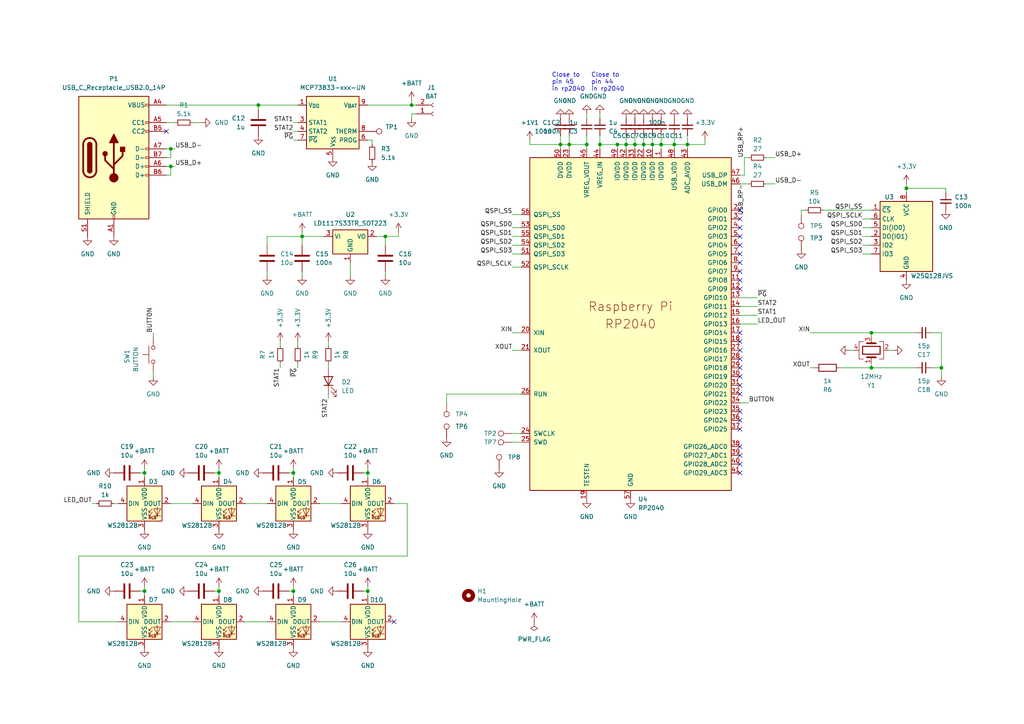
<source format=kicad_sch>
(kicad_sch (version 20231120) (generator "eeschema") (generator_version "8.0")
  (paper "A4")
  (junction (at 41.91 137.16))
  (junction (at 74.93 30.48))
  (junction (at 87.63 68.58))
  (junction (at 273.05 106.68))
  (junction (at 49.53 48.26))
  (junction (at 106.68 171.45))
  (junction (at 252.73 106.68))
  (junction (at 106.68 137.16))
  (junction (at 179.07 41.91))
  (junction (at 41.91 171.45))
  (junction (at 63.5 137.16))
  (junction (at 170.18 41.91))
  (junction (at 173.99 41.91))
  (junction (at 186.69 41.91))
  (junction (at 165.1 41.91))
  (junction (at 195.58 41.91))
  (junction (at 162.56 41.91))
  (junction (at 189.23 41.91))
  (junction (at 119.38 30.48))
  (junction (at 63.5 171.45))
  (junction (at 252.73 96.52))
  (junction (at 85.09 137.16))
  (junction (at 85.09 171.45))
  (junction (at 191.77 41.91))
  (junction (at 184.15 41.91))
  (junction (at 181.61 41.91))
  (junction (at 111.76 68.58))
  (junction (at 199.39 41.91))
  (junction (at 262.89 54.61))
  (junction (at 49.53 43.18))
  (no_connect (at 214.63 60.96))
  (no_connect (at 214.63 124.46))
  (no_connect (at 214.63 119.38))
  (no_connect (at 214.63 96.52))
  (no_connect (at 214.63 121.92))
  (no_connect (at 214.63 114.3))
  (no_connect (at 214.63 99.06))
  (no_connect (at 214.63 101.6))
  (no_connect (at 214.63 129.54))
  (no_connect (at 214.63 66.04))
  (no_connect (at 214.63 83.82))
  (no_connect (at 214.63 68.58))
  (no_connect (at 214.63 63.5))
  (no_connect (at 214.63 137.16))
  (no_connect (at 214.63 111.76))
  (no_connect (at 214.63 73.66))
  (no_connect (at 214.63 76.2))
  (no_connect (at 214.63 106.68))
  (no_connect (at 214.63 81.28))
  (no_connect (at 214.63 78.74))
  (no_connect (at 48.26 38.1))
  (no_connect (at 214.63 132.08))
  (no_connect (at 114.3 180.34))
  (no_connect (at 214.63 134.62))
  (no_connect (at 214.63 109.22))
  (no_connect (at 214.63 71.12))
  (no_connect (at 214.63 104.14))
  (wire (pts (xy 85.09 137.16) (xy 85.09 138.43)))
  (wire (pts (xy 173.99 39.37) (xy 173.99 41.91)))
  (wire (pts (xy 83.82 171.45) (xy 85.09 171.45)))
  (wire (pts (xy 115.57 67.31) (xy 115.57 68.58)))
  (wire (pts (xy 86.36 99.06) (xy 86.36 100.33)))
  (wire (pts (xy 217.17 116.84) (xy 214.63 116.84)))
  (wire (pts (xy 199.39 43.18) (xy 199.39 41.91)))
  (wire (pts (xy 48.26 30.48) (xy 74.93 30.48)))
  (wire (pts (xy 105.41 137.16) (xy 106.68 137.16)))
  (wire (pts (xy 49.53 180.34) (xy 55.88 180.34)))
  (wire (pts (xy 120.65 33.02) (xy 119.38 33.02)))
  (wire (pts (xy 77.47 80.01) (xy 77.47 78.74)))
  (wire (pts (xy 189.23 41.91) (xy 189.23 43.18)))
  (wire (pts (xy 165.1 41.91) (xy 170.18 41.91)))
  (wire (pts (xy 106.68 170.18) (xy 106.68 171.45)))
  (wire (pts (xy 48.26 35.56) (xy 50.8 35.56)))
  (wire (pts (xy 181.61 41.91) (xy 181.61 43.18)))
  (wire (pts (xy 85.09 135.89) (xy 85.09 137.16)))
  (wire (pts (xy 74.93 30.48) (xy 74.93 31.75)))
  (wire (pts (xy 63.5 137.16) (xy 63.5 138.43)))
  (wire (pts (xy 118.11 146.05) (xy 118.11 161.29)))
  (wire (pts (xy 111.76 80.01) (xy 111.76 78.74)))
  (wire (pts (xy 109.22 68.58) (xy 111.76 68.58)))
  (wire (pts (xy 191.77 41.91) (xy 189.23 41.91)))
  (wire (pts (xy 105.41 171.45) (xy 106.68 171.45)))
  (wire (pts (xy 270.51 106.68) (xy 273.05 106.68)))
  (wire (pts (xy 204.47 41.91) (xy 199.39 41.91)))
  (wire (pts (xy 252.73 97.79) (xy 252.73 96.52)))
  (wire (pts (xy 153.67 40.64) (xy 153.67 41.91)))
  (wire (pts (xy 170.18 39.37) (xy 170.18 41.91)))
  (wire (pts (xy 162.56 39.37) (xy 162.56 41.91)))
  (wire (pts (xy 41.91 171.45) (xy 41.91 172.72)))
  (wire (pts (xy 148.59 125.73) (xy 151.13 125.73)))
  (wire (pts (xy 148.59 71.12) (xy 151.13 71.12)))
  (wire (pts (xy 81.28 106.68) (xy 81.28 105.41)))
  (wire (pts (xy 219.71 88.9) (xy 214.63 88.9)))
  (wire (pts (xy 86.36 106.68) (xy 86.36 105.41)))
  (wire (pts (xy 184.15 41.91) (xy 181.61 41.91)))
  (wire (pts (xy 274.32 55.88) (xy 274.32 54.61)))
  (wire (pts (xy 252.73 106.68) (xy 252.73 105.41)))
  (wire (pts (xy 148.59 73.66) (xy 151.13 73.66)))
  (wire (pts (xy 184.15 39.37) (xy 184.15 41.91)))
  (wire (pts (xy 162.56 41.91) (xy 162.56 43.18)))
  (wire (pts (xy 50.8 48.26) (xy 49.53 48.26)))
  (wire (pts (xy 250.19 73.66) (xy 252.73 73.66)))
  (wire (pts (xy 250.19 71.12) (xy 252.73 71.12)))
  (wire (pts (xy 114.3 146.05) (xy 118.11 146.05)))
  (wire (pts (xy 77.47 68.58) (xy 87.63 68.58)))
  (wire (pts (xy 273.05 96.52) (xy 270.51 96.52)))
  (wire (pts (xy 55.88 35.56) (xy 58.42 35.56)))
  (wire (pts (xy 148.59 68.58) (xy 151.13 68.58)))
  (wire (pts (xy 49.53 48.26) (xy 48.26 48.26)))
  (wire (pts (xy 191.77 41.91) (xy 191.77 43.18)))
  (wire (pts (xy 222.25 53.34) (xy 224.79 53.34)))
  (wire (pts (xy 259.08 101.6) (xy 257.81 101.6)))
  (wire (pts (xy 234.95 106.68) (xy 236.22 106.68)))
  (wire (pts (xy 181.61 41.91) (xy 179.07 41.91)))
  (wire (pts (xy 49.53 146.05) (xy 55.88 146.05)))
  (wire (pts (xy 111.76 68.58) (xy 111.76 71.12)))
  (wire (pts (xy 173.99 43.18) (xy 173.99 41.91)))
  (wire (pts (xy 246.38 101.6) (xy 247.65 101.6)))
  (wire (pts (xy 184.15 41.91) (xy 184.15 43.18)))
  (wire (pts (xy 63.5 135.89) (xy 63.5 137.16)))
  (wire (pts (xy 189.23 39.37) (xy 189.23 41.91)))
  (wire (pts (xy 85.09 40.64) (xy 86.36 40.64)))
  (wire (pts (xy 71.12 180.34) (xy 77.47 180.34)))
  (wire (pts (xy 22.86 161.29) (xy 22.86 180.34)))
  (wire (pts (xy 153.67 41.91) (xy 162.56 41.91)))
  (wire (pts (xy 214.63 53.34) (xy 217.17 53.34)))
  (wire (pts (xy 195.58 39.37) (xy 195.58 41.91)))
  (wire (pts (xy 62.23 137.16) (xy 63.5 137.16)))
  (wire (pts (xy 191.77 39.37) (xy 191.77 41.91)))
  (wire (pts (xy 40.64 171.45) (xy 41.91 171.45)))
  (wire (pts (xy 165.1 41.91) (xy 165.1 43.18)))
  (wire (pts (xy 186.69 41.91) (xy 186.69 43.18)))
  (wire (pts (xy 232.41 60.96) (xy 233.68 60.96)))
  (wire (pts (xy 219.71 86.36) (xy 214.63 86.36)))
  (wire (pts (xy 77.47 71.12) (xy 77.47 68.58)))
  (wire (pts (xy 71.12 146.05) (xy 77.47 146.05)))
  (wire (pts (xy 92.71 180.34) (xy 99.06 180.34)))
  (wire (pts (xy 85.09 171.45) (xy 85.09 172.72)))
  (wire (pts (xy 129.54 114.3) (xy 151.13 114.3)))
  (wire (pts (xy 44.45 107.95) (xy 44.45 109.22)))
  (wire (pts (xy 148.59 128.27) (xy 151.13 128.27)))
  (wire (pts (xy 250.19 66.04) (xy 252.73 66.04)))
  (wire (pts (xy 170.18 34.29) (xy 170.18 33.02)))
  (wire (pts (xy 49.53 43.18) (xy 48.26 43.18)))
  (wire (pts (xy 195.58 41.91) (xy 199.39 41.91)))
  (wire (pts (xy 215.9 50.8) (xy 214.63 50.8)))
  (wire (pts (xy 49.53 45.72) (xy 49.53 43.18)))
  (wire (pts (xy 243.84 106.68) (xy 252.73 106.68)))
  (wire (pts (xy 95.25 106.68) (xy 95.25 105.41)))
  (wire (pts (xy 107.95 41.91) (xy 107.95 40.64)))
  (wire (pts (xy 148.59 96.52) (xy 151.13 96.52)))
  (wire (pts (xy 252.73 106.68) (xy 265.43 106.68)))
  (wire (pts (xy 222.25 45.72) (xy 224.79 45.72)))
  (wire (pts (xy 106.68 40.64) (xy 107.95 40.64)))
  (wire (pts (xy 234.95 96.52) (xy 252.73 96.52)))
  (wire (pts (xy 250.19 68.58) (xy 252.73 68.58)))
  (wire (pts (xy 95.25 114.3) (xy 95.25 115.57)))
  (wire (pts (xy 87.63 68.58) (xy 93.98 68.58)))
  (wire (pts (xy 48.26 50.8) (xy 49.53 50.8)))
  (wire (pts (xy 215.9 45.72) (xy 215.9 50.8)))
  (wire (pts (xy 195.58 41.91) (xy 195.58 43.18)))
  (wire (pts (xy 252.73 96.52) (xy 265.43 96.52)))
  (wire (pts (xy 170.18 41.91) (xy 170.18 43.18)))
  (wire (pts (xy 262.89 54.61) (xy 274.32 54.61)))
  (wire (pts (xy 62.23 171.45) (xy 63.5 171.45)))
  (wire (pts (xy 106.68 135.89) (xy 106.68 137.16)))
  (wire (pts (xy 119.38 29.21) (xy 119.38 30.48)))
  (wire (pts (xy 85.09 170.18) (xy 85.09 171.45)))
  (wire (pts (xy 215.9 45.72) (xy 217.17 45.72)))
  (wire (pts (xy 106.68 30.48) (xy 119.38 30.48)))
  (wire (pts (xy 33.02 146.05) (xy 34.29 146.05)))
  (wire (pts (xy 83.82 137.16) (xy 85.09 137.16)))
  (wire (pts (xy 219.71 91.44) (xy 214.63 91.44)))
  (wire (pts (xy 63.5 170.18) (xy 63.5 171.45)))
  (wire (pts (xy 232.41 62.23) (xy 232.41 60.96)))
  (wire (pts (xy 22.86 180.34) (xy 34.29 180.34)))
  (wire (pts (xy 118.11 161.29) (xy 22.86 161.29)))
  (wire (pts (xy 173.99 34.29) (xy 173.99 33.02)))
  (wire (pts (xy 87.63 80.01) (xy 87.63 78.74)))
  (wire (pts (xy 262.89 53.34) (xy 262.89 54.61)))
  (wire (pts (xy 95.25 99.06) (xy 95.25 100.33)))
  (wire (pts (xy 41.91 137.16) (xy 41.91 138.43)))
  (wire (pts (xy 26.67 146.05) (xy 27.94 146.05)))
  (wire (pts (xy 63.5 171.45) (xy 63.5 172.72)))
  (wire (pts (xy 181.61 39.37) (xy 181.61 41.91)))
  (wire (pts (xy 195.58 41.91) (xy 191.77 41.91)))
  (wire (pts (xy 85.09 35.56) (xy 86.36 35.56)))
  (wire (pts (xy 74.93 30.48) (xy 86.36 30.48)))
  (wire (pts (xy 115.57 68.58) (xy 111.76 68.58)))
  (wire (pts (xy 273.05 106.68) (xy 273.05 96.52)))
  (wire (pts (xy 41.91 135.89) (xy 41.91 137.16)))
  (wire (pts (xy 40.64 137.16) (xy 41.91 137.16)))
  (wire (pts (xy 186.69 39.37) (xy 186.69 41.91)))
  (wire (pts (xy 87.63 67.31) (xy 87.63 68.58)))
  (wire (pts (xy 50.8 43.18) (xy 49.53 43.18)))
  (wire (pts (xy 214.63 93.98) (xy 219.71 93.98)))
  (wire (pts (xy 162.56 41.91) (xy 165.1 41.91)))
  (wire (pts (xy 129.54 116.84) (xy 129.54 114.3)))
  (wire (pts (xy 81.28 99.06) (xy 81.28 100.33)))
  (wire (pts (xy 106.68 171.45) (xy 106.68 172.72)))
  (wire (pts (xy 148.59 101.6) (xy 151.13 101.6)))
  (wire (pts (xy 165.1 39.37) (xy 165.1 41.91)))
  (wire (pts (xy 238.76 60.96) (xy 252.73 60.96)))
  (wire (pts (xy 262.89 54.61) (xy 262.89 55.88)))
  (wire (pts (xy 273.05 106.68) (xy 273.05 109.22)))
  (wire (pts (xy 119.38 33.02) (xy 119.38 34.29)))
  (wire (pts (xy 184.15 41.91) (xy 186.69 41.91)))
  (wire (pts (xy 189.23 41.91) (xy 186.69 41.91)))
  (wire (pts (xy 48.26 45.72) (xy 49.53 45.72)))
  (wire (pts (xy 85.09 38.1) (xy 86.36 38.1)))
  (wire (pts (xy 119.38 30.48) (xy 120.65 30.48)))
  (wire (pts (xy 41.91 170.18) (xy 41.91 171.45)))
  (wire (pts (xy 179.07 41.91) (xy 179.07 43.18)))
  (wire (pts (xy 204.47 40.64) (xy 204.47 41.91)))
  (wire (pts (xy 106.68 137.16) (xy 106.68 138.43)))
  (wire (pts (xy 173.99 41.91) (xy 179.07 41.91)))
  (wire (pts (xy 87.63 68.58) (xy 87.63 71.12)))
  (wire (pts (xy 148.59 66.04) (xy 151.13 66.04)))
  (wire (pts (xy 44.45 97.79) (xy 44.45 96.52)))
  (wire (pts (xy 101.6 76.2) (xy 101.6 80.01)))
  (wire (pts (xy 49.53 50.8) (xy 49.53 48.26)))
  (wire (pts (xy 148.59 62.23) (xy 151.13 62.23)))
  (wire (pts (xy 250.19 63.5) (xy 252.73 63.5)))
  (wire (pts (xy 92.71 146.05) (xy 99.06 146.05)))
  (wire (pts (xy 199.39 39.37) (xy 199.39 41.91)))
  (wire (pts (xy 148.59 77.47) (xy 151.13 77.47)))
  (text "Close to \npin 45\nin rp2040\n" (at 160.02 26.67 0) (effects (font (size 1.27 1.27)) (justify left bottom)))
  (text "Close to \npin 44 \nin rp2040\n" (at 171.45 26.67 0) (effects (font (size 1.27 1.27)) (justify left bottom)))
  (label "QSPI_SCLK" (at 250.19 63.5 180))
  (label "USB_RP-" (at 215.9 53.34 270))
  (label "BUTTON" (at 44.45 96.52 90))
  (label "LED_OUT" (at 26.67 146.05 180))
  (label "QSPI_SD0" (at 250.19 66.04 180))
  (label "~{PG}" (at 85.09 40.64 180))
  (label "BUTTON" (at 217.17 116.84 0))
  (label "USB_D-" (at 224.79 53.34 0))
  (label "QSPI_SD2" (at 148.59 71.12 180))
  (label "USB_D-" (at 50.8 43.18 0))
  (label "XOUT" (at 148.59 101.6 180))
  (label "QSPI_SD0" (at 148.59 66.04 180))
  (label "STAT1" (at 81.28 106.68 270))
  (label "XIN" (at 148.59 96.52 180))
  (label "QSPI_SS" (at 250.19 60.96 180))
  (label "XOUT" (at 234.95 106.68 180))
  (label "~{PG}" (at 86.36 106.68 270))
  (label "STAT1" (at 219.71 91.44 0))
  (label "STAT2" (at 219.71 88.9 0))
  (label "USB_D+" (at 50.8 48.26 0))
  (label "USB_D+" (at 224.79 45.72 0))
  (label "STAT1" (at 85.09 35.56 180))
  (label "QSPI_SD2" (at 250.19 71.12 180))
  (label "STAT2" (at 85.09 38.1 180))
  (label "QSPI_SS" (at 148.59 62.23 180))
  (label "QSPI_SD3" (at 148.59 73.66 180))
  (label "QSPI_SD1" (at 250.19 68.58 180))
  (label "LED_OUT" (at 219.71 93.98 0))
  (label "QSPI_SD3" (at 250.19 73.66 180))
  (label "QSPI_SD1" (at 148.59 68.58 180))
  (label "USB_RP+" (at 215.9 45.72 90))
  (label "QSPI_SCLK" (at 148.59 77.47 180))
  (label "XIN" (at 234.95 96.52 180))
  (label "~{PG}" (at 219.71 86.36 0))
  (label "STAT2" (at 95.25 115.57 270))
  (symbol (lib_id "Device:C_Small") (at 170.18 36.83 180) (unit 1)
    (property "Reference" "C3" (at 167.64 38.0937 0) (effects (justify left)))
    (property "Value" "1u" (at 167.64 35.5537 0) (effects (justify left)))
    (property "Footprint" "Capacitor_SMD:C_0603_1608Metric_Pad1.08x0.95mm_HandSolder" (effects (hide yes)))
    (property "shop_url" "https://www.tme.eu/pl/details/cl10a105ko8nnnc/kondensatory-mlcc-smd/samsung/" (effects (hide yes)))
  )
  (symbol (lib_id "LED:WS2812B") (at 63.5 180.34 0) (unit 1)
    (property "Reference" "D8" (at 66.04 173.99 0))
    (property "Value" "WS2812B" (at 57.15 186.69 0))
    (property "Footprint" "LED_SMD:LED_WS2812B_PLCC4_5.0x5.0mm_P3.2mm" (effects (hide yes)))
    (property "Datasheet" "https://cdn-shop.adafruit.com/datasheets/WS2812B.pdf" (effects (hide yes)))
  )
  (symbol (lib_id "Device:LED") (at 95.25 110.49 90) (unit 1)
    (property "Reference" "D2" (at 99.06 110.8075 90) (effects (justify right)))
    (property "Value" "LED" (at 99.06 113.3475 90) (effects (justify right)))
    (property "Footprint" "LED_SMD:LED_0603_1608Metric_Pad1.05x0.95mm_HandSolder" (effects (hide yes)))
  )
  (symbol (lib_id "power:GND") (at 186.69 34.29 0) (mirror x) (unit 1)
    (property "Reference" "#PWR09" (effects (hide yes)))
    (property "Value" "GND" (at 186.69 29.21 0))
  )
  (symbol (lib_id "Connector:TestPoint") (at 129.54 116.84 180) (unit 1)
    (property "Reference" "TP4" (at 132.08 120.142 0) (effects (justify right)))
    (property "Value" "TestPoint" (effects (hide yes)))
    (property "Footprint" "TestPoint:TestPoint_Pad_D1.5mm" (effects (hide yes)))
  )
  (symbol (lib_id "Switch:SW_Omron_B3FS") (at 44.45 102.87 90) (mirror x) (unit 1)
    (property "Reference" "SW1" (at 36.83 105.41 0) (effects (justify right)))
    (property "Value" "BUTTON" (at 39.37 107.95 0) (effects (justify right)))
    (property "Footprint" "Button_Switch_SMD:SW_Push_1P1T_NO_6x6mm_H9.5mm" (effects (hide yes)))
    (property "Datasheet" "https://omronfs.omron.com/en_US/ecb/products/pdf/en-b3fs.pdf" (effects (hide yes)))
    (property "shop_url" "https://www.tme.eu/pl/details/tacta-64k-f/mikroprzelaczniki-tact/ninigi/" (effects (hide yes)))
  )
  (symbol (lib_id "power:+BATT") (at 119.38 29.21 0) (unit 1)
    (property "Reference" "#PWR02" (effects (hide yes)))
    (property "Value" "+BATT" (at 119.38 24.13 0))
  )
  (symbol (lib_id "power:GND") (at 33.02 171.45 270) (unit 1)
    (property "Reference" "#PWR058" (effects (hide yes)))
    (property "Value" "GND" (at 29.21 171.45 90) (effects (justify right)))
  )
  (symbol (lib_id "Device:C_Small") (at 186.69 36.83 180) (unit 1)
    (property "Reference" "C7" (at 185.42 39.37 0) (effects (justify left)))
    (property "Value" "100n" (effects (hide yes)))
    (property "Footprint" "Capacitor_SMD:C_0603_1608Metric_Pad1.08x0.95mm_HandSolder" (effects (hide yes)))
    (property "shop_url" "https://www.tme.eu/pl/details/cl10b104kb8nnnc/kondensatory-mlcc-smd/samsung/" (effects (hide yes)))
  )
  (symbol (lib_id "Connector:TestPoint") (at 232.41 62.23 180) (unit 1)
    (property "Reference" "TP5" (at 234.95 65.532 0) (effects (justify right)))
    (property "Value" "TestPoint" (effects (hide yes)))
    (property "Footprint" "TestPoint:TestPoint_Pad_D1.5mm" (effects (hide yes)))
  )
  (symbol (lib_id "Device:C_Small") (at 191.77 36.83 180) (unit 1)
    (property "Reference" "C9" (at 190.5 39.37 0) (effects (justify left)))
    (property "Value" "100n" (effects (hide yes)))
    (property "Footprint" "Capacitor_SMD:C_0603_1608Metric_Pad1.08x0.95mm_HandSolder" (effects (hide yes)))
    (property "shop_url" "https://www.tme.eu/pl/details/cl10b104kb8nnnc/kondensatory-mlcc-smd/samsung/" (effects (hide yes)))
  )
  (symbol (lib_id "LED:WS2812B") (at 41.91 180.34 0) (unit 1)
    (property "Reference" "D7" (at 44.45 173.99 0))
    (property "Value" "WS2812B" (at 35.56 186.69 0))
    (property "Footprint" "LED_SMD:LED_WS2812B_PLCC4_5.0x5.0mm_P3.2mm" (effects (hide yes)))
    (property "Datasheet" "https://cdn-shop.adafruit.com/datasheets/WS2812B.pdf" (effects (hide yes)))
  )
  (symbol (lib_id "Mechanical:MountingHole") (at 135.89 172.72 0) (unit 1)
    (property "Reference" "H1" (at 138.43 171.45 0) (effects (justify left)))
    (property "Value" "MountingHole" (at 138.43 173.99 0) (effects (justify left)))
    (property "Footprint" "MountingHole:MountingHole_3.2mm_M3" (effects (hide yes)))
  )
  (symbol (lib_id "power:GND") (at 246.38 101.6 270) (mirror x) (unit 1)
    (property "Reference" "#PWR034" (effects (hide yes)))
    (property "Value" "GND" (effects (hide yes)))
  )
  (symbol (lib_id "Connector:TestPoint") (at 148.59 125.73 90) (unit 1)
    (property "Reference" "TP2" (at 142.24 125.73 90))
    (property "Value" "TestPoint" (effects (hide yes)))
    (property "Footprint" "TestPoint:TestPoint_Pad_D1.5mm" (effects (hide yes)))
  )
  (symbol (lib_id "Device:R_Small") (at 86.36 102.87 0) (mirror x) (unit 1)
    (property "Reference" "R9" (at 91.44 102.87 90))
    (property "Value" "1k" (at 88.9 102.87 90))
    (property "Footprint" "Resistor_SMD:R_0603_1608Metric_Pad0.98x0.95mm_HandSolder" (effects (hide yes)))
  )
  (symbol (lib_id "power:GND") (at 191.77 34.29 0) (mirror x) (unit 1)
    (property "Reference" "#PWR011" (effects (hide yes)))
    (property "Value" "GND" (at 191.77 29.21 0))
  )
  (symbol (lib_id "power:GND") (at 273.05 109.22 0) (unit 1)
    (property "Reference" "#PWR037" (effects (hide yes)))
    (property "Value" "GND" (at 273.05 114.3 0))
  )
  (symbol (lib_id "Device:R_Small") (at 236.22 60.96 90) (unit 1)
    (property "Reference" "R5" (at 236.22 55.88 90))
    (property "Value" "10k" (at 236.22 58.42 90))
    (property "Footprint" "Resistor_SMD:R_0603_1608Metric_Pad0.98x0.95mm_HandSolder" (effects (hide yes)))
    (property "shop_url" "https://allegro.pl/oferta/640szt-zestaw-rezystorow-smd-0603-32-wartosci-11048988499" (effects (hide yes)))
  )
  (symbol (lib_id "Device:R_Small") (at 219.71 53.34 270) (unit 1)
    (property "Reference" "R4" (at 219.71 48.26 90))
    (property "Value" "27" (at 219.71 50.8 90))
    (property "Footprint" "Resistor_SMD:R_0603_1608Metric_Pad0.98x0.95mm_HandSolder" (effects (hide yes)))
    (property "shop_url" "https://allegro.pl/oferta/640szt-zestaw-rezystorow-smd-0603-32-wartosci-11048988499" (effects (hide yes)))
  )
  (symbol (lib_id "Device:C") (at 80.01 171.45 270) (unit 1)
    (property "Reference" "C25" (at 80.01 163.83 90))
    (property "Value" "10u" (at 80.01 166.37 90))
    (property "Footprint" "Capacitor_SMD:C_0805_2012Metric_Pad1.18x1.45mm_HandSolder" (effects (hide yes)))
    (property "shop_url" "https://www.tme.eu/pl/details/cl21a106koqnnng/kondensatory-mlcc-smd/samsung/" (effects (hide yes)))
  )
  (symbol (lib_id "power:GND") (at 165.1 34.29 0) (mirror x) (unit 1)
    (property "Reference" "#PWR06" (effects (hide yes)))
    (property "Value" "GND" (at 165.1 29.21 0))
  )
  (symbol (lib_id "Battery_Management:MCP73833-xxx-UN") (at 96.52 35.56 0) (unit 1)
    (property "Reference" "U1" (at 96.52 22.86 0))
    (property "Value" "MCP73833-xxx-UN" (at 96.52 25.4 0))
    (property "Footprint" "Package_SO:MSOP-10_3x3mm_P0.5mm" (effects (hide yes)))
    (property "Datasheet" "https://ww1.microchip.com/downloads/aemDocuments/documents/OTH/ProductDocuments/DataSheets/22005b.pdf" (effects (hide yes)))
  )
  (symbol (lib_id "Device:R_Small") (at 30.48 146.05 270) (mirror x) (unit 1)
    (property "Reference" "R10" (at 30.48 140.97 90))
    (property "Value" "1k" (at 30.48 143.51 90))
    (property "Footprint" "Resistor_SMD:R_0603_1608Metric_Pad0.98x0.95mm_HandSolder" (effects (hide yes)))
  )
  (symbol (lib_id "power:GND") (at 170.18 33.02 180) (unit 1)
    (property "Reference" "#PWR03" (effects (hide yes)))
    (property "Value" "GND" (at 170.18 27.94 0))
  )
  (symbol (lib_id "power:GND") (at 101.6 80.01 0) (unit 1)
    (property "Reference" "#PWR031" (effects (hide yes)))
    (property "Value" "GND" (at 101.6 85.09 0))
  )
  (symbol (lib_id "power:GND") (at 262.89 81.28 0) (mirror y) (unit 1)
    (property "Reference" "#PWR033" (effects (hide yes)))
    (property "Value" "GND" (at 262.89 86.36 0))
  )
  (symbol (lib_id "power:+BATT") (at 106.68 135.89 0) (unit 1)
    (property "Reference" "#PWR042" (effects (hide yes)))
    (property "Value" "+BATT" (at 106.68 130.81 0))
  )
  (symbol (lib_id "Device:R") (at 240.03 106.68 90) (unit 1)
    (property "Reference" "R6" (at 240.03 113.03 90))
    (property "Value" "1k" (at 240.03 110.49 90))
    (property "Footprint" "Resistor_SMD:R_0603_1608Metric_Pad0.98x0.95mm_HandSolder" (effects (hide yes)))
    (property "shop_url" "https://allegro.pl/oferta/640szt-zestaw-rezystorow-smd-0603-32-wartosci-11048988499" (effects (hide yes)))
  )
  (symbol (lib_id "power:GND") (at 107.95 46.99 0) (unit 1)
    (property "Reference" "#PWR021" (effects (hide yes)))
    (property "Value" "GND" (at 107.95 52.07 0))
  )
  (symbol (lib_id "power:GND") (at 63.5 153.67 0) (unit 1)
    (property "Reference" "#PWR050" (effects (hide yes)))
    (property "Value" "GND" (at 63.5 158.75 0))
  )
  (symbol (lib_id "Device:C_Small") (at 189.23 36.83 180) (unit 1)
    (property "Reference" "C8" (at 187.96 39.37 0) (effects (justify left)))
    (property "Value" "100n" (effects (hide yes)))
    (property "Footprint" "Capacitor_SMD:C_0603_1608Metric_Pad1.08x0.95mm_HandSolder" (effects (hide yes)))
    (property "shop_url" "https://www.tme.eu/pl/details/cl10b104kb8nnnc/kondensatory-mlcc-smd/samsung/" (effects (hide yes)))
  )
  (symbol (lib_id "Device:C_Small") (at 181.61 36.83 180) (unit 1)
    (property "Reference" "C5" (at 180.34 39.37 0) (effects (justify left)))
    (property "Value" "100n" (effects (hide yes)))
    (property "Footprint" "Capacitor_SMD:C_0603_1608Metric_Pad1.08x0.95mm_HandSolder" (effects (hide yes)))
    (property "shop_url" "https://www.tme.eu/pl/details/cl10b104kb8nnnc/kondensatory-mlcc-smd/samsung/" (effects (hide yes)))
  )
  (symbol (lib_id "Device:C_Small") (at 195.58 36.83 180) (unit 1)
    (property "Reference" "C10" (at 194.31 39.37 0) (effects (justify left)))
    (property "Value" "100n" (at 193.04 35.5537 0) (effects (justify left)))
    (property "Footprint" "Capacitor_SMD:C_0603_1608Metric_Pad1.08x0.95mm_HandSolder" (effects (hide yes)))
    (property "shop_url" "https://www.tme.eu/pl/details/cl10b104kb8nnnc/kondensatory-mlcc-smd/samsung/" (effects (hide yes)))
  )
  (symbol (lib_id "power:GND") (at 87.63 80.01 0) (unit 1)
    (property "Reference" "#PWR030" (effects (hide yes)))
    (property "Value" "GND" (at 87.63 85.09 0))
  )
  (symbol (lib_id "power:+3.3V") (at 86.36 99.06 0) (mirror y) (unit 1)
    (property "Reference" "#PWR070" (effects (hide yes)))
    (property "Value" "+3.3V" (at 86.36 95.25 90) (effects (justify left)))
  )
  (symbol (lib_id "Device:C_Small") (at 173.99 36.83 0) (mirror x) (unit 1)
    (property "Reference" "C4" (at 176.53 38.0937 0) (effects (justify left)))
    (property "Value" "1u" (at 176.53 35.5537 0) (effects (justify left)))
    (property "Footprint" "Capacitor_SMD:C_0603_1608Metric_Pad1.08x0.95mm_HandSolder" (effects (hide yes)))
    (property "shop_url" "https://www.tme.eu/pl/details/cl10a105ko8nnnc/kondensatory-mlcc-smd/samsung/" (effects (hide yes)))
  )
  (symbol (lib_id "power:PWR_FLAG") (at 154.94 180.34 180) (unit 1)
    (property "Reference" "#FLG04" (effects (hide yes)))
    (property "Value" "PWR_FLAG" (at 154.94 185.42 0))
  )
  (symbol (lib_id "Device:C_Small") (at 274.32 58.42 0) (unit 1)
    (property "Reference" "C13" (at 276.86 57.1563 0) (effects (justify left)))
    (property "Value" "100n" (at 276.86 59.6963 0) (effects (justify left)))
    (property "Footprint" "Capacitor_SMD:C_0603_1608Metric_Pad1.08x0.95mm_HandSolder" (effects (hide yes)))
    (property "shop_url" "https://www.tme.eu/pl/details/cl10b104kb8nnnc/kondensatory-mlcc-smd/samsung/" (effects (hide yes)))
  )
  (symbol (lib_id "Device:R_Small") (at 53.34 35.56 90) (unit 1)
    (property "Reference" "R1" (at 53.34 30.48 90))
    (property "Value" "5.1k" (at 53.34 33.02 90))
    (property "Footprint" "Resistor_SMD:R_0603_1608Metric_Pad0.98x0.95mm_HandSolder" (effects (hide yes)))
    (property "shop_url" "https://allegro.pl/oferta/640szt-zestaw-rezystorow-smd-0603-32-wartosci-11048988499" (effects (hide yes)))
  )
  (symbol (lib_id "power:GND") (at 199.39 34.29 0) (mirror x) (unit 1)
    (property "Reference" "#PWR013" (effects (hide yes)))
    (property "Value" "GND" (at 199.39 29.21 0))
  )
  (symbol (lib_id "power:+1V1") (at 153.67 40.64 0) (unit 1)
    (property "Reference" "#PWR016" (effects (hide yes)))
    (property "Value" "+1V1" (at 153.67 35.56 0))
  )
  (symbol (lib_id "power:+3.3V") (at 204.47 40.64 0) (unit 1)
    (property "Reference" "#PWR017" (effects (hide yes)))
    (property "Value" "+3.3V" (at 204.47 35.56 0))
  )
  (symbol (lib_id "power:GND") (at 76.2 137.16 270) (unit 1)
    (property "Reference" "#PWR045" (effects (hide yes)))
    (property "Value" "GND" (at 72.39 137.16 90) (effects (justify right)))
  )
  (symbol (lib_id "power:GND") (at 33.02 68.58 0) (mirror y) (unit 1)
    (property "Reference" "#PWR028" (effects (hide yes)))
    (property "Value" "GND" (at 33.02 73.66 0))
  )
  (symbol (lib_id "power:GND") (at 274.32 60.96 0) (unit 1)
    (property "Reference" "#PWR023" (effects (hide yes)))
    (property "Value" "GND" (at 274.32 66.04 0))
  )
  (symbol (lib_id "power:+BATT") (at 63.5 135.89 0) (unit 1)
    (property "Reference" "#PWR040" (effects (hide yes)))
    (property "Value" "+BATT" (at 63.5 130.81 0))
  )
  (symbol (lib_id "power:+BATT") (at 87.63 67.31 0) (unit 1)
    (property "Reference" "#PWR024" (effects (hide yes)))
    (property "Value" "+BATT" (at 87.63 62.23 0))
  )
  (symbol (lib_id "power:+3.3V") (at 95.25 99.06 0) (unit 1)
    (property "Reference" "#PWR069" (effects (hide yes)))
    (property "Value" "+3.3V" (at 95.25 95.25 90) (effects (justify left)))
  )
  (symbol (lib_id "Connector:TestPoint") (at 144.78 135.89 0) (unit 1)
    (property "Reference" "TP8" (at 147.32 132.588 0) (effects (justify left)))
    (property "Value" "TestPoint" (effects (hide yes)))
    (property "Footprint" "TestPoint:TestPoint_Pad_D1.5mm" (effects (hide yes)))
  )
  (symbol (lib_id "power:+BATT") (at 154.94 180.34 0) (unit 1)
    (property "Reference" "#PWR063" (effects (hide yes)))
    (property "Value" "+BATT" (at 154.94 175.26 0))
  )
  (symbol (lib_id "Device:C") (at 36.83 137.16 270) (unit 1)
    (property "Reference" "C19" (at 36.83 129.54 90))
    (property "Value" "10u" (at 36.83 132.08 90))
    (property "Footprint" "Capacitor_SMD:C_0805_2012Metric_Pad1.18x1.45mm_HandSolder" (effects (hide yes)))
    (property "shop_url" "https://www.tme.eu/pl/details/cl21a106koqnnng/kondensatory-mlcc-smd/samsung/" (effects (hide yes)))
  )
  (symbol (lib_id "Device:C_Small") (at 165.1 36.83 0) (mirror x) (unit 1)
    (property "Reference" "C2" (at 162.56 35.5536 0) (effects (justify right)))
    (property "Value" "100n" (at 162.56 38.0936 0) (effects (justify right)))
    (property "Footprint" "Capacitor_SMD:C_0603_1608Metric_Pad1.08x0.95mm_HandSolder" (effects (hide yes)))
    (property "shop_url" "https://www.tme.eu/pl/details/cl10b104kb8nnnc/kondensatory-mlcc-smd/samsung/" (effects (hide yes)))
  )
  (symbol (lib_id "Device:C") (at 111.76 74.93 0) (unit 1)
    (property "Reference" "C16" (at 115.57 73.66 0) (effects (justify left)))
    (property "Value" "10u" (at 115.57 76.2 0) (effects (justify left)))
    (property "Footprint" "Capacitor_SMD:C_0805_2012Metric_Pad1.18x1.45mm_HandSolder" (effects (hide yes)))
    (property "shop_url" "https://www.tme.eu/pl/details/cl21a106koqnnng/kondensatory-mlcc-smd/samsung/" (effects (hide yes)))
  )
  (symbol (lib_id "power:GND") (at 58.42 35.56 90) (unit 1)
    (property "Reference" "#PWR018" (effects (hide yes)))
    (property "Value" "GND" (at 62.23 35.56 90) (effects (justify right)))
  )
  (symbol (lib_id "power:GND") (at 232.41 72.39 0) (mirror y) (unit 1)
    (property "Reference" "#PWR026" (effects (hide yes)))
    (property "Value" "GND" (at 232.41 77.47 0))
  )
  (symbol (lib_id "power:GND") (at 54.61 137.16 270) (unit 1)
    (property "Reference" "#PWR044" (effects (hide yes)))
    (property "Value" "GND" (at 50.8 137.16 90) (effects (justify right)))
  )
  (symbol (lib_id "power:+BATT") (at 41.91 170.18 0) (unit 1)
    (property "Reference" "#PWR054" (effects (hide yes)))
    (property "Value" "+BATT" (at 41.91 165.1 0))
  )
  (symbol (lib_id "power:GND") (at 106.68 187.96 0) (unit 1)
    (property "Reference" "#PWR067" (effects (hide yes)))
    (property "Value" "GND" (at 106.68 193.04 0))
  )
  (symbol (lib_id "LED:WS2812B") (at 85.09 180.34 0) (unit 1)
    (property "Reference" "D9" (at 87.63 173.99 0))
    (property "Value" "WS2812B" (at 78.74 186.69 0))
    (property "Footprint" "LED_SMD:LED_WS2812B_PLCC4_5.0x5.0mm_P3.2mm" (effects (hide yes)))
    (property "Datasheet" "https://cdn-shop.adafruit.com/datasheets/WS2812B.pdf" (effects (hide yes)))
  )
  (symbol (lib_id "power:GND") (at 54.61 171.45 270) (unit 1)
    (property "Reference" "#PWR059" (effects (hide yes)))
    (property "Value" "GND" (at 50.8 171.45 90) (effects (justify right)))
  )
  (symbol (lib_id "Device:C") (at 80.01 137.16 270) (unit 1)
    (property "Reference" "C21" (at 80.01 129.54 90))
    (property "Value" "10u" (at 80.01 132.08 90))
    (property "Footprint" "Capacitor_SMD:C_0805_2012Metric_Pad1.18x1.45mm_HandSolder" (effects (hide yes)))
    (property "shop_url" "https://www.tme.eu/pl/details/cl21a106koqnnng/kondensatory-mlcc-smd/samsung/" (effects (hide yes)))
  )
  (symbol (lib_id "Connector:USB_C_Receptacle_USB2.0_14P") (at 33.02 45.72 0) (unit 1)
    (property "Reference" "P1" (at 33.02 22.86 0))
    (property "Value" "USB_C_Receptacle_USB2.0_14P" (at 33.02 25.4 0))
    (property "Footprint" "Connector_USB:USB_C_Receptacle_G-Switch_GT-USB-7010ASV" (effects (hide yes)))
    (property "Datasheet" "https://www.usb.org/sites/default/files/documents/usb_type-c.zip" (effects (hide yes)))
  )
  (symbol (lib_id "power:GND") (at 85.09 187.96 0) (unit 1)
    (property "Reference" "#PWR066" (effects (hide yes)))
    (property "Value" "GND" (at 85.09 193.04 0))
  )
  (symbol (lib_id "power:GND") (at 44.45 109.22 0) (mirror y) (unit 1)
    (property "Reference" "#PWR036" (effects (hide yes)))
    (property "Value" "GND" (at 44.45 114.3 0))
  )
  (symbol (lib_id "power:GND") (at 181.61 34.29 0) (mirror x) (unit 1)
    (property "Reference" "#PWR07" (effects (hide yes)))
    (property "Value" "GND" (at 181.61 29.21 0))
  )
  (symbol (lib_id "Device:C") (at 77.47 74.93 0) (unit 1)
    (property "Reference" "C14" (at 81.28 73.66 0) (effects (justify left)))
    (property "Value" "10u" (at 81.28 76.2 0) (effects (justify left)))
    (property "Footprint" "Capacitor_SMD:C_0805_2012Metric_Pad1.18x1.45mm_HandSolder" (effects (hide yes)))
    (property "shop_url" "https://www.tme.eu/pl/details/cl21a106koqnnng/kondensatory-mlcc-smd/samsung/" (effects (hide yes)))
  )
  (symbol (lib_id "Device:C_Small") (at 184.15 36.83 180) (unit 1)
    (property "Reference" "C6" (at 182.88 39.37 0) (effects (justify left)))
    (property "Value" "100n" (effects (hide yes)))
    (property "Footprint" "Capacitor_SMD:C_0603_1608Metric_Pad1.08x0.95mm_HandSolder" (effects (hide yes)))
    (property "shop_url" "https://www.tme.eu/pl/details/cl10b104kb8nnnc/kondensatory-mlcc-smd/samsung/" (effects (hide yes)))
  )
  (symbol (lib_id "Device:C_Small") (at 267.97 106.68 270) (unit 1)
    (property "Reference" "C18" (at 267.9637 113.03 90))
    (property "Value" "15p" (at 267.9637 110.49 90))
    (property "Footprint" "Capacitor_SMD:C_0603_1608Metric_Pad1.08x0.95mm_HandSolder" (effects (hide yes)))
    (property "shop_url" "https://www.tme.eu/pl/details/cc0603jrnpo9150/kondensatory-mlcc-smd/yageo/cc0603jrnpo9bn150/" (effects (hide yes)))
  )
  (symbol (lib_id "LED:WS2812B") (at 63.5 146.05 0) (unit 1)
    (property "Reference" "D4" (at 66.04 139.7 0))
    (property "Value" "WS2812B" (at 57.15 152.4 0))
    (property "Footprint" "LED_SMD:LED_WS2812B_PLCC4_5.0x5.0mm_P3.2mm" (effects (hide yes)))
    (property "Datasheet" "https://cdn-shop.adafruit.com/datasheets/WS2812B.pdf" (effects (hide yes)))
  )
  (symbol (lib_id "Memory_Flash:W25Q128JVS") (at 262.89 68.58 0) (unit 1)
    (property "Reference" "U3" (at 256.54 57.15 0) (effects (justify left)))
    (property "Value" "W25Q128JVS" (at 264.16 80.01 0) (effects (justify left)))
    (property "Footprint" "Package_SO:SOIC-8_5.23x5.23mm_P1.27mm" (effects (hide yes)))
    (property "Datasheet" "http://www.winbond.com/resource-files/w25q128jv_dtr%20revc%2003272018%20plus.pdf" (effects (hide yes)))
    (property "shop_url" "https://www.mouser.pl/ProductDetail/Winbond/W25Q128JVSIM-TR?qs=qSfuJ%252Bfl%2Fd6ji9IuruL6Zg%3D%3D" (effects (hide yes)))
  )
  (symbol (lib_id "Device:C_Small") (at 267.97 96.52 270) (unit 1)
    (property "Reference" "C17" (at 267.9637 102.87 90))
    (property "Value" "15p" (at 267.9637 100.33 90))
    (property "Footprint" "Capacitor_SMD:C_0603_1608Metric_Pad1.08x0.95mm_HandSolder" (effects (hide yes)))
    (property "shop_url" "https://www.tme.eu/pl/details/cc0603jrnpo9150/kondensatory-mlcc-smd/yageo/cc0603jrnpo9bn150/" (effects (hide yes)))
  )
  (symbol (lib_id "Device:C") (at 74.93 35.56 0) (mirror y) (unit 1)
    (property "Reference" "C12" (at 71.12 34.29 0) (effects (justify left)))
    (property "Value" "1u" (at 71.12 36.83 0) (effects (justify left)))
    (property "Footprint" "Capacitor_SMD:C_0805_2012Metric_Pad1.18x1.45mm_HandSolder" (effects (hide yes)))
    (property "shop_url" "https://www.tme.eu/pl/details/cl21a106koqnnng/kondensatory-mlcc-smd/samsung/" (effects (hide yes)))
  )
  (symbol (lib_id "Device:C") (at 101.6 137.16 270) (unit 1)
    (property "Reference" "C22" (at 101.6 129.54 90))
    (property "Value" "10u" (at 101.6 132.08 90))
    (property "Footprint" "Capacitor_SMD:C_0805_2012Metric_Pad1.18x1.45mm_HandSolder" (effects (hide yes)))
    (property "shop_url" "https://www.tme.eu/pl/details/cl21a106koqnnng/kondensatory-mlcc-smd/samsung/" (effects (hide yes)))
  )
  (symbol (lib_id "power:GND") (at 173.99 33.02 180) (unit 1)
    (property "Reference" "#PWR04" (effects (hide yes)))
    (property "Value" "GND" (at 173.99 27.94 0))
  )
  (symbol (lib_id "Device:R_Small") (at 107.95 44.45 0) (unit 1)
    (property "Reference" "R3" (at 110.49 43.18 0) (effects (justify left)))
    (property "Value" "5.1k" (at 110.49 45.72 0) (effects (justify left)))
    (property "Footprint" "Resistor_SMD:R_0603_1608Metric_Pad0.98x0.95mm_HandSolder" (effects (hide yes)))
  )
  (symbol (lib_id "Device:R_Small") (at 219.71 45.72 270) (unit 1)
    (property "Reference" "R2" (at 219.71 40.64 90))
    (property "Value" "27" (at 219.71 43.18 90))
    (property "Footprint" "Resistor_SMD:R_0603_1608Metric_Pad0.98x0.95mm_HandSolder" (effects (hide yes)))
    (property "shop_url" "https://allegro.pl/oferta/640szt-zestaw-rezystorow-smd-0603-32-wartosci-11048988499" (effects (hide yes)))
  )
  (symbol (lib_id "power:GND") (at 33.02 137.16 270) (unit 1)
    (property "Reference" "#PWR043" (effects (hide yes)))
    (property "Value" "GND" (at 29.21 137.16 90) (effects (justify right)))
  )
  (symbol (lib_id "power:GND") (at 41.91 187.96 0) (unit 1)
    (property "Reference" "#PWR064" (effects (hide yes)))
    (property "Value" "GND" (at 41.91 193.04 0))
  )
  (symbol (lib_id "LED:WS2812B") (at 85.09 146.05 0) (unit 1)
    (property "Reference" "D5" (at 87.63 139.7 0))
    (property "Value" "WS2812B" (at 78.74 152.4 0))
    (property "Footprint" "LED_SMD:LED_WS2812B_PLCC4_5.0x5.0mm_P3.2mm" (effects (hide yes)))
    (property "Datasheet" "https://cdn-shop.adafruit.com/datasheets/WS2812B.pdf" (effects (hide yes)))
  )
  (symbol (lib_id "Connector:TestPoint") (at 129.54 127 0) (unit 1)
    (property "Reference" "TP6" (at 132.08 123.698 0) (effects (justify left)))
    (property "Value" "TestPoint" (effects (hide yes)))
    (property "Footprint" "TestPoint:TestPoint_Pad_D1.5mm" (effects (hide yes)))
  )
  (symbol (lib_id "LED:WS2812B") (at 41.91 146.05 0) (unit 1)
    (property "Reference" "D3" (at 44.45 139.7 0))
    (property "Value" "WS2812B" (at 35.56 152.4 0))
    (property "Footprint" "LED_SMD:LED_WS2812B_PLCC4_5.0x5.0mm_P3.2mm" (effects (hide yes)))
    (property "Datasheet" "https://cdn-shop.adafruit.com/datasheets/WS2812B.pdf" (effects (hide yes)))
  )
  (symbol (lib_id "power:+3.3V") (at 262.89 53.34 0) (mirror y) (unit 1)
    (property "Reference" "#PWR022" (effects (hide yes)))
    (property "Value" "+3.3V" (at 262.89 48.26 0))
  )
  (symbol (lib_id "power:+3.3V") (at 115.57 67.31 0) (unit 1)
    (property "Reference" "#PWR025" (effects (hide yes)))
    (property "Value" "+3.3V" (at 115.57 62.23 0))
  )
  (symbol (lib_id "power:GND") (at 77.47 80.01 0) (unit 1)
    (property "Reference" "#PWR029" (effects (hide yes)))
    (property "Value" "GND" (at 77.47 85.09 0))
  )
  (symbol (lib_id "Device:C_Small") (at 199.39 36.83 180) (unit 1)
    (property "Reference" "C11" (at 198.12 39.37 0) (effects (justify left)))
    (property "Value" "100n" (effects (hide yes)))
    (property "Footprint" "Capacitor_SMD:C_0603_1608Metric_Pad1.08x0.95mm_HandSolder" (effects (hide yes)))
    (property "shop_url" "https://www.tme.eu/pl/details/cl10b104kb8nnnc/kondensatory-mlcc-smd/samsung/" (effects (hide yes)))
  )
  (symbol (lib_id "power:GND") (at 144.78 135.89 0) (mirror y) (unit 1)
    (property "Reference" "#PWR053" (effects (hide yes)))
    (property "Value" "GND" (at 144.78 140.97 0))
  )
  (symbol (lib_id "power:GND") (at 182.88 144.78 0) (mirror y) (unit 1)
    (property "Reference" "#PWR048" (effects (hide yes)))
    (property "Value" "GND" (at 182.88 149.86 0))
  )
  (symbol (lib_id "power:GND") (at 189.23 34.29 0) (mirror x) (unit 1)
    (property "Reference" "#PWR010" (effects (hide yes)))
    (property "Value" "GND" (at 189.23 29.21 0))
  )
  (symbol (lib_id "rp2040:RP2040") (at 182.88 93.98 0) (unit 1)
    (property "Reference" "U4" (at 185.0741 144.78 0) (effects (justify left)))
    (property "Value" "RP2040" (at 185.0741 147.32 0) (effects (justify left)))
    (property "Footprint" "RP2040_minimal:RP2040-QFN-56" (effects (hide yes)))
  )
  (symbol (lib_id "Device:C") (at 87.63 74.93 0) (unit 1)
    (property "Reference" "C15" (at 91.44 73.66 0) (effects (justify left)))
    (property "Value" "100n" (at 91.44 76.2 0) (effects (justify left)))
    (property "Footprint" "Capacitor_SMD:C_0805_2012Metric_Pad1.18x1.45mm_HandSolder" (effects (hide yes)))
    (property "shop_url" "https://www.tme.eu/pl/details/cl21a106koqnnng/kondensatory-mlcc-smd/samsung/" (effects (hide yes)))
  )
  (symbol (lib_id "Connector:TestPoint") (at 148.59 128.27 90) (unit 1)
    (property "Reference" "TP7" (at 142.24 128.27 90))
    (property "Value" "TestPoint" (effects (hide yes)))
    (property "Footprint" "TestPoint:TestPoint_Pad_D1.5mm" (effects (hide yes)))
  )
  (symbol (lib_id "power:GND") (at 63.5 187.96 0) (unit 1)
    (property "Reference" "#PWR065" (effects (hide yes)))
    (property "Value" "GND" (at 63.5 193.04 0))
  )
  (symbol (lib_id "power:GND") (at 97.79 137.16 270) (unit 1)
    (property "Reference" "#PWR046" (effects (hide yes)))
    (property "Value" "GND" (at 93.98 137.16 90) (effects (justify right)))
  )
  (symbol (lib_id "power:GND") (at 195.58 34.29 0) (mirror x) (unit 1)
    (property "Reference" "#PWR012" (effects (hide yes)))
    (property "Value" "GND" (at 195.58 29.21 0))
  )
  (symbol (lib_id "Connector:Conn_01x02_Socket") (at 125.73 33.02 0) (mirror x) (unit 1)
    (property "Reference" "J1" (at 125.095 25.4 0))
    (property "Value" "BAT" (at 125.095 27.94 0))
    (property "Footprint" "Connector_PinSocket_2.54mm:PinSocket_1x02_P2.54mm_Horizontal" (effects (hide yes)))
  )
  (symbol (lib_id "power:GND") (at 111.76 80.01 0) (unit 1)
    (property "Reference" "#PWR032" (effects (hide yes)))
    (property "Value" "GND" (at 111.76 85.09 0))
  )
  (symbol (lib_id "power:GND") (at 129.54 127 0) (mirror y) (unit 1)
    (property "Reference" "#PWR038" (effects (hide yes)))
    (property "Value" "GND" (at 129.54 132.08 0))
  )
  (symbol (lib_id "Device:Crystal_GND24") (at 252.73 101.6 270) (mirror x) (unit 1)
    (property "Reference" "Y1" (at 252.73 111.76 90))
    (property "Value" "12MHz" (at 252.73 109.22 90))
    (property "Footprint" "Crystal:Crystal_SMD_SeikoEpson_TSX3225-4Pin_3.2x2.5mm_HandSoldering" (effects (hide yes)))
    (property "shop_url" "https://pl.farnell.com/abracon/abm8-272-t3/crystal-12mhz-10pf-3-2mm-x-2-5mm/dp/4331750" (effects (hide yes)))
  )
  (symbol (lib_id "power:+BATT") (at 63.5 170.18 0) (unit 1)
    (property "Reference" "#PWR055" (effects (hide yes)))
    (property "Value" "+BATT" (at 63.5 165.1 0))
  )
  (symbol (lib_id "power:+BATT") (at 85.09 135.89 0) (unit 1)
    (property "Reference" "#PWR041" (effects (hide yes)))
    (property "Value" "+BATT" (at 85.09 130.81 0))
  )
  (symbol (lib_id "LED:WS2812B") (at 106.68 180.34 0) (unit 1)
    (property "Reference" "D10" (at 109.22 173.99 0))
    (property "Value" "WS2812B" (at 100.33 186.69 0))
    (property "Footprint" "LED_SMD:LED_WS2812B_PLCC4_5.0x5.0mm_P3.2mm" (effects (hide yes)))
    (property "Datasheet" "https://cdn-shop.adafruit.com/datasheets/WS2812B.pdf" (effects (hide yes)))
  )
  (symbol (lib_id "Device:R_Small") (at 81.28 102.87 180) (unit 1)
    (property "Reference" "R7" (at 76.2 102.87 90))
    (property "Value" "1k" (at 78.74 102.87 90))
    (property "Footprint" "Resistor_SMD:R_0603_1608Metric_Pad0.98x0.95mm_HandSolder" (effects (hide yes)))
  )
  (symbol (lib_id "Device:C") (at 58.42 171.45 270) (unit 1)
    (property "Reference" "C24" (at 58.42 163.83 90))
    (property "Value" "10u" (at 58.42 166.37 90))
    (property "Footprint" "Capacitor_SMD:C_0805_2012Metric_Pad1.18x1.45mm_HandSolder" (effects (hide yes)))
    (property "shop_url" "https://www.tme.eu/pl/details/cl21a106koqnnng/kondensatory-mlcc-smd/samsung/" (effects (hide yes)))
  )
  (symbol (lib_id "Connector:TestPoint") (at 232.41 72.39 0) (unit 1)
    (property "Reference" "TP3" (at 234.95 69.088 0) (effects (justify left)))
    (property "Value" "TestPoint" (effects (hide yes)))
    (property "Footprint" "TestPoint:TestPoint_Pad_D1.5mm" (effects (hide yes)))
  )
  (symbol (lib_id "power:GND") (at 41.91 153.67 0) (unit 1)
    (property "Reference" "#PWR049" (effects (hide yes)))
    (property "Value" "GND" (at 41.91 158.75 0))
  )
  (symbol (lib_id "power:GND") (at 76.2 171.45 270) (unit 1)
    (property "Reference" "#PWR060" (effects (hide yes)))
    (property "Value" "GND" (at 72.39 171.45 90) (effects (justify right)))
  )
  (symbol (lib_id "power:GND") (at 106.68 153.67 0) (unit 1)
    (property "Reference" "#PWR052" (effects (hide yes)))
    (property "Value" "GND" (at 106.68 158.75 0))
  )
  (symbol (lib_id "Device:C") (at 58.42 137.16 270) (unit 1)
    (property "Reference" "C20" (at 58.42 129.54 90))
    (property "Value" "10u" (at 58.42 132.08 90))
    (property "Footprint" "Capacitor_SMD:C_0805_2012Metric_Pad1.18x1.45mm_HandSolder" (effects (hide yes)))
    (property "shop_url" "https://www.tme.eu/pl/details/cl21a106koqnnng/kondensatory-mlcc-smd/samsung/" (effects (hide yes)))
  )
  (symbol (lib_id "LED:WS2812B") (at 106.68 146.05 0) (unit 1)
    (property "Reference" "D6" (at 109.22 139.7 0))
    (property "Value" "WS2812B" (at 100.33 152.4 0))
    (property "Footprint" "LED_SMD:LED_WS2812B_PLCC4_5.0x5.0mm_P3.2mm" (effects (hide yes)))
    (property "Datasheet" "https://cdn-shop.adafruit.com/datasheets/WS2812B.pdf" (effects (hide yes)))
  )
  (symbol (lib_id "power:+BATT") (at 41.91 135.89 0) (unit 1)
    (property "Reference" "#PWR039" (effects (hide yes)))
    (property "Value" "+BATT" (at 41.91 130.81 0))
  )
  (symbol (lib_id "power:+3.3V") (at 81.28 99.06 0) (unit 1)
    (property "Reference" "#PWR068" (effects (hide yes)))
    (property "Value" "+3.3V" (at 81.28 95.25 90) (effects (justify left)))
  )
  (symbol (lib_id "power:GND") (at 25.4 68.58 0) (mirror y) (unit 1)
    (property "Reference" "#PWR027" (effects (hide yes)))
    (property "Value" "GND" (at 25.4 73.66 0))
  )
  (symbol (lib_id "power:GND") (at 96.52 45.72 0) (unit 1)
    (property "Reference" "#PWR020" (effects (hide yes)))
    (property "Value" "GND" (at 96.52 50.8 0))
  )
  (symbol (lib_id "power:GND") (at 184.15 34.29 0) (mirror x) (unit 1)
    (property "Reference" "#PWR08" (effects (hide yes)))
    (property "Value" "GND" (at 184.15 29.21 0))
  )
  (symbol (lib_id "power:GND") (at 162.56 34.29 0) (mirror x) (unit 1)
    (property "Reference" "#PWR05" (effects (hide yes)))
    (property "Value" "GND" (at 162.56 29.21 0))
  )
  (symbol (lib_id "Device:C") (at 101.6 171.45 270) (unit 1)
    (property "Reference" "C26" (at 101.6 163.83 90))
    (property "Value" "10u" (at 101.6 166.37 90))
    (property "Footprint" "Capacitor_SMD:C_0805_2012Metric_Pad1.18x1.45mm_HandSolder" (effects (hide yes)))
    (property "shop_url" "https://www.tme.eu/pl/details/cl21a106koqnnng/kondensatory-mlcc-smd/samsung/" (effects (hide yes)))
  )
  (symbol (lib_id "Connector:TestPoint") (at 106.68 38.1 270) (unit 1)
    (property "Reference" "TP1" (at 111.76 36.83 90) (effects (justify left)))
    (property "Value" "TestPoint" (effects (hide yes)))
    (property "Footprint" "TestPoint:TestPoint_Pad_D1.5mm" (effects (hide yes)))
  )
  (symbol (lib_id "power:GND") (at 119.38 34.29 0) (unit 1)
    (property "Reference" "#PWR015" (effects (hide yes)))
    (property "Value" "GND" (at 119.38 39.37 0))
  )
  (symbol (lib_id "Device:C") (at 36.83 171.45 270) (unit 1)
    (property "Reference" "C23" (at 36.83 163.83 90))
    (property "Value" "10u" (at 36.83 166.37 90))
    (property "Footprint" "Capacitor_SMD:C_0805_2012Metric_Pad1.18x1.45mm_HandSolder" (effects (hide yes)))
    (property "shop_url" "https://www.tme.eu/pl/details/cl21a106koqnnng/kondensatory-mlcc-smd/samsung/" (effects (hide yes)))
  )
  (symbol (lib_id "power:GND") (at 170.18 144.78 0) (mirror y) (unit 1)
    (property "Reference" "#PWR047" (effects (hide yes)))
    (property "Value" "GND" (at 170.18 149.86 0))
  )
  (symbol (lib_id "power:GND") (at 97.79 171.45 270) (unit 1)
    (property "Reference" "#PWR061" (effects (hide yes)))
    (property "Value" "GND" (at 93.98 171.45 90) (effects (justify right)))
  )
  (symbol (lib_id "Device:C_Small") (at 162.56 36.83 0) (mirror x) (unit 1)
    (property "Reference" "C1" (at 160.02 35.5536 0) (effects (justify right)))
    (property "Value" "100n" (at 160.02 38.0936 0) (effects (justify right)))
    (property "Footprint" "Capacitor_SMD:C_0603_1608Metric_Pad1.08x0.95mm_HandSolder" (effects (hide yes)))
    (property "shop_url" "https://www.tme.eu/pl/details/cl10b104kb8nnnc/kondensatory-mlcc-smd/samsung/" (effects (hide yes)))
  )
  (symbol (lib_id "power:GND") (at 74.93 39.37 0) (unit 1)
    (property "Reference" "#PWR019" (effects (hide yes)))
    (property "Value" "GND" (at 74.93 44.45 0))
  )
  (symbol (lib_id "power:+BATT") (at 106.68 170.18 0) (unit 1)
    (property "Reference" "#PWR057" (effects (hide yes)))
    (property "Value" "+BATT" (at 106.68 165.1 0))
  )
  (symbol (lib_id "power:+BATT") (at 85.09 170.18 0) (unit 1)
    (property "Reference" "#PWR056" (effects (hide yes)))
    (property "Value" "+BATT" (at 85.09 165.1 0))
  )
  (symbol (lib_id "power:GND") (at 85.09 153.67 0) (unit 1)
    (property "Reference" "#PWR051" (effects (hide yes)))
    (property "Value" "GND" (at 85.09 158.75 0))
  )
  (symbol (lib_id "Regulator_Linear:LD1117S33TR_SOT223") (at 101.6 68.58 0) (unit 1)
    (property "Reference" "U2" (at 101.6 62.23 0))
    (property "Value" "LD1117S33TR_SOT223" (at 101.6 64.77 0))
    (property "Footprint" "Package_TO_SOT_SMD:SOT-223-3_TabPin2" (effects (hide yes)))
    (property "Datasheet" "http://www.st.com/st-web-ui/static/active/en/resource/technical/document/datasheet/CD00000544.pdf" (effects (hide yes)))
  )
  (symbol (lib_id "power:GND") (at 259.08 101.6 90) (mirror x) (unit 1)
    (property "Reference" "#PWR035" (effects (hide yes)))
    (property "Value" "GND" (effects (hide yes)))
  )
  (symbol (lib_id "Device:R_Small") (at 95.25 102.87 0) (mirror x) (unit 1)
    (property "Reference" "R8" (at 100.33 102.87 90))
    (property "Value" "1k" (at 97.79 102.87 90))
    (property "Footprint" "Resistor_SMD:R_0603_1608Metric_Pad0.98x0.95mm_HandSolder" (effects (hide yes)))
  )
)
</source>
